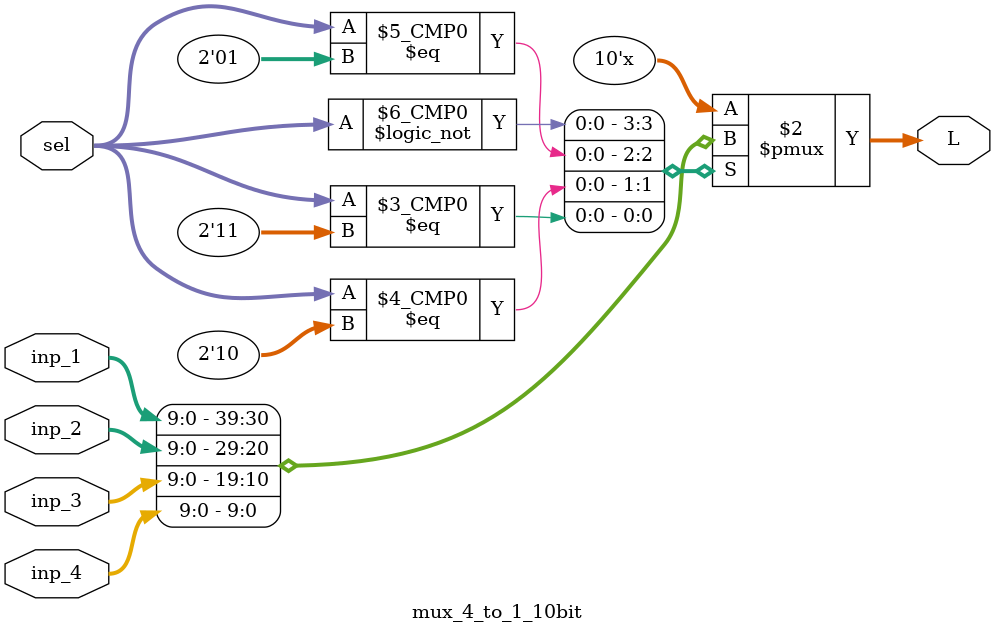
<source format=v>
`timescale 1ns / 1ps


module mux_4_to_1_10bit(
input [9:0] inp_1,
input [9:0] inp_2,
input [9:0] inp_3,
input [9:0] inp_4,
input [1:0] sel,
output reg [9:0] L
);

always@(*)
begin
  case(sel)
    2'b00: L = inp_1;
    2'b01: L = inp_2;
    2'b10: L = inp_3;
    2'b11: L = inp_4;
    default: L = inp_4;
  endcase  
end
endmodule

</source>
